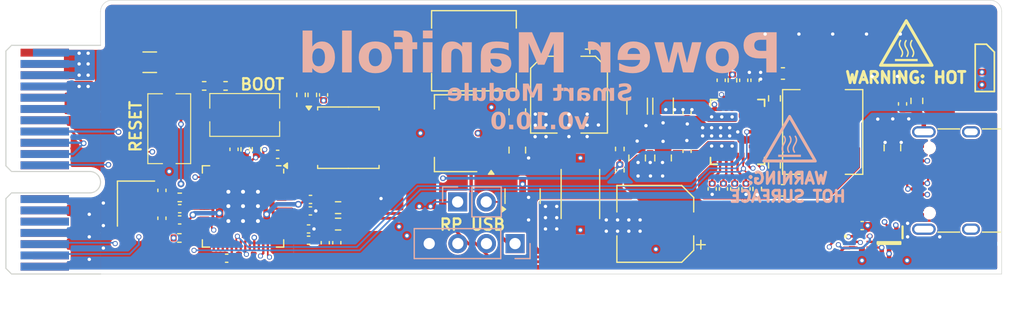
<source format=kicad_pcb>
(kicad_pcb (version 20240108) (generator "pcbnew") (generator_version "8.0")
  (title_block (date "2024-06-29") (rev "v0.10.0"))
  (layers (0 "F.Cu" signal) (1 "In1.Cu" power) (2 "In2.Cu" power) (31 "B.Cu" signal) (34 "B.Paste" user) (35 "F.Paste" user) (36 "B.SilkS" user "B.Silkscreen") (37 "F.SilkS" user "F.Silkscreen") (38 "B.Mask" user) (39 "F.Mask" user) (44 "Edge.Cuts" user))
  (net 0 "")
  (net 1 "VCC")
  (net 2 "GND")
  (net 3 "Net-(C3-Pad1)")
  (net 4 "VIN")
  (net 5 "IMON")
  (net 6 "VBUS")
  (net 7 "Net-(U4-ICOMP)")
  (net 8 "GNDUSB")
  (net 9 "D-")
  (net 10 "D+")
  (net 11 "CC1")
  (net 12 "CC2")
  (net 13 "Net-(C18-Pad1)")
  (net 14 "LED_DIN")
  (net 15 "+5V")
  (net 16 "Net-(C23-Pad2)")
  (net 17 "SCL")
  (net 18 "ENABLE")
  (net 19 "SDA")
  (net 20 "VDD")
  (net 21 "OVERLOAD")
  (net 22 "ALERT")
  (net 24 "/INDUCTOR")
  (net 25 "/OUTDUCTOR")
  (net 26 "/EMI_VIN")
  (net 27 "/XIN")
  (net 28 "+1V1")
  (net 29 "RP_D-")
  (net 30 "MPQ_D+")
  (net 31 "/SWCLK")
  (net 32 "/SWD")
  (net 33 "/QSPI_SS")
  (net 34 "/XOUT")
  (net 35 "/QSPI_SD1")
  (net 36 "/QSPI_SD2")
  (net 37 "/QSPI_SD3")
  (net 38 "/QSPI_SD0")
  (net 39 "/QSPI_SCLK")
  (net 40 "/GPIO18")
  (net 41 "/GPIO15")
  (net 42 "/GPIO7")
  (net 43 "/GPIO25")
  (net 44 "/GPIO3")
  (net 45 "/GPIO11")
  (net 46 "/GPIO2")
  (net 47 "/GPIO0")
  (net 48 "/RUN")
  (net 49 "/GPIO8")
  (net 50 "/GPIO16")
  (net 51 "/GPIO20")
  (net 52 "/GPIO19")
  (net 53 "/GPIO14")
  (net 54 "/GPIO17")
  (net 55 "Net-(U4-BST1)")
  (net 56 "/GPIO6")
  (net 57 "/GPIO13")
  (net 58 "/GPIO10")
  (net 59 "/GPIO21")
  (net 60 "/GPIO23")
  (net 61 "/GPIO9")
  (net 62 "Net-(U3-USB_DP)")
  (net 63 "Net-(U3-USB_DM)")
  (net 65 "/VIN_PREFUSE")
  (net 66 "Net-(U4-BST2)")
  (net 67 "VIN_DIVIDER")
  (net 68 "VOUT_DIVIDER")
  (net 69 "RP_D+")
  (net 70 "MPQ_D-")
  (net 71 "Net-(J4-SHIELD)")
  (net 81 "Net-(J5-Pin_2)")
  (net 82 "Net-(R4-Pad1)")
  (net 83 "/GPIO27_ADC1")
  (net 84 "Net-(R1-Pad2)")
  (net 85 "+3.3V")
  (net 87 "Net-(U4-GPIO1)")
  (footprint "Capacitor_SMD:C_0402_1005Metric" (layer "F.Cu") (at 92.1 33.1 90)
    (property "Reference" "C7" (hide yes))
    (property "Value" "2.2uF")
  )
  (footprint "Connector_USB:USB_C_Receptacle_XKB_U262-16XN-4BVC11" (layer "F.Cu") (at 110.2 42 90)
    (property "Reference" "J4" (hide yes))
    (property "Value" "USB_C_Receptacle_USB2.0_14P")
  )
  (footprint "Resistor_SMD:R_0603_1608Metric" (layer "F.Cu") (at 106.47 34.93 90)
    (property "Reference" "R18" (hide yes))
    (property "Value" "100K")
  )
  (footprint "Capacitor_SMD:C_1206_3216Metric" (layer "F.Cu") (at 81.64 35.4 -90)
    (property "Reference" "C13" (hide yes))
    (property "Value" "4.7uF")
  )
  (footprint "Resistor_SMD:R_0402_1005Metric" (layer "F.Cu") (at 51.8 34.4 -90)
    (property "Reference" "R1" (hide yes))
    (property "Value" "1K")
  )
  (footprint "Capacitor_SMD:C_0402_1005Metric" (layer "F.Cu") (at 41.03 44.5 180)
    (property "Reference" "C25" (hide yes))
    (property "Value" "100nF")
  )
  (footprint "Local Library:XKB_TS-1101_SWITCH" (layer "F.Cu") (at 46.8 36.18)
    (property "Reference" "SW1" (hide yes))
    (property "Value" "RESET")
  )
  (footprint "Package_TO_SOT_SMD:SOT-23" (layer "F.Cu") (at 71.46791 43.388492 90)
    (property "Reference" "Q1" (hide yes))
    (property "Value" "2N7002")
  )
  (footprint "Inductor_SMD:L_Sunlord_MWSA0603S" (layer "F.Cu") (at 98.11 37.69 -90)
    (property "Reference" "L2" (hide yes))
    (property "Value" "4.7uH")
  )
  (footprint "Resistor_SMD:R_0402_1005Metric" (layer "F.Cu") (at 80.1 39.2 90)
    (property "Reference" "R17" (hide yes))
    (property "Value" "3.3K")
  )
  (footprint "Capacitor_SMD:C_0402_1005Metric" (layer "F.Cu") (at 86.07 36 -90)
    (property "Reference" "C14" (hide yes))
    (property "Value" "100nF")
  )
  (footprint "Resistor_SMD:R_0402_1005Metric" (layer "F.Cu") (at 41 47.1)
    (property "Reference" "R4" (hide yes))
    (property "Value" "1K")
  )
  (footprint "Capacitor_SMD:C_0402_1005Metric" (layer "F.Cu") (at 39.45 45.35 -90)
    (property "Reference" "C3" (hide yes))
    (property "Value" "39pF")
  )
  (footprint "Capacitor_SMD:C_0402_1005Metric" (layer "F.Cu") (at 91.3 42.75 -90)
    (property "Reference" "C33" (hide yes))
    (property "Value" "470pF")
  )
  (footprint "Local Library:HOT_SURFACE_SMALL" (layer "F.Cu") (at 105.7 32)
    (property "Reference" "REF**" (hide yes))
    (property "Value" "HOT_SURFACE_SMALL")
  )
  (footprint "Resistor_SMD:R_0402_1005Metric" (layer "F.Cu") (at 92.3 42.75 -90)
    (property "Reference" "R5" (hide yes))
    (property "Value" "10K")
  )
  (footprint "Capacitor_SMD:CP_Elec_6.3x7.7" (layer "F.Cu") (at 83.25 45.85 180)
    (property "Reference" "C29" (hide yes))
    (property "Value" "100uF")
  )
  (footprint "Capacitor_SMD:C_0402_1005Metric" (layer "F.Cu") (at 54.975 47.525 90)
    (property "Reference" "C30" (hide yes))
    (property "Value" "100nF")
  )
  (footprint "Capacitor_SMD:C_0402_1005Metric" (layer "F.Cu") (at 101.62 46)
    (property "Reference" "C36" (hide yes))
    (property "Value" "470pF")
  )
  (footprint "Package_TO_SOT_SMD:SOT-223-3_TabPin2" (layer "F.Cu") (at 65.55 37.8 180)
    (property "Reference" "U1" (hide yes))
    (property "Value" "AMS1117-3.3")
  )
  (footprint "Resistor_SMD:R_0603_1608Metric" (layer "F.Cu") (at 93.83 34.71 90)
    (property "Reference" "R7" (hide yes))
    (property "Value" "10R")
  )
  (footprint "Capacitor_SMD:C_0402_1005Metric" (layer "F.Cu") (at 52.47 47.3)
    (property "Reference" "C16" (hide yes))
    (property "Value" "2.2uF")
  )
  (footprint "Capacitor_SMD:C_0402_1005Metric" (layer "F.Cu") (at 52.64 43.68)
    (property "Reference" "C6" (hide yes))
    (property "Value" "100nF")
  )
  (footprint "Capacitor_SMD:C_0402_1005Metric" (layer "F.Cu") (at 52.63 44.7)
    (property "Reference" "C15" (hide yes))
    (property "Value" "100nF")
  )
  (footprint "Capacitor_SMD:C_0402_1005Metric" (layer "F.Cu") (at 41.025 45.5 180)
    (property "Reference" "C9" (hide yes))
    (property "Value" "100nF")
  )
  (footprint "Capacitor_SMD:C_0805_2012Metric" (layer "F.Cu") (at 71 35.9 -90)
    (property "Reference" "C1" (hide yes))
    (property "Value" "10uF")
  )
  (footprint "Resistor_SMD:R_0402_1005Metric" (layer "F.Cu") (at 47.85 39.23 -90)
    (property "Reference" "R11" (hide yes))
    (property "Value" "10K")
  )
  (footprint "Resistor_SMD:R_0402_1005Metric" (layer "F.Cu") (at 80.1 41.09 90)
    (property "Reference" "R16" (hide yes))
    (property "Value" "22K")
  )
  (footprint "Local Library:TS3USB3000RSER" (layer "F.Cu") (at 101.6 47.7)
    (property "Reference" "U5" (hide yes))
    (property "Value" "TS3USB3000RSER" (hide yes))
  )
  (footprint "Resistor_SMD:R_0402_1005Metric" (layer "F.Cu") (at 43.2 33.6)
    (property "Reference" "R14" (hide yes))
    (property "Value" "22K")
  )
  (footprint "Capacitor_SMD:C_0402_1005Metric" (layer "F.Cu") (at 49.725 39.675)
    (property "Reference" "C17" (hide yes))
    (property "Value" "100nF")
  )
  (footprint "Capacitor_SMD:C_0402_1005Metric" (layer "F.Cu") (at 86.07 39.4 90)
    (property "Reference" "C26" (hide yes))
    (property "Value" "100nF")
  )
  (footprint "Capacitor_SMD:C_0402_1005Metric" (layer "F.Cu") (at 105.2 35.2 90)
    (property "Reference" "C35" (hide yes))
    (property "Value" "100nF")
  )
  (footprint "Connector_PCBEdge:BUS_PCIexpress_x1" (layer "F.Cu") (at 29.05 30.65 -90)
    (property "Reference" "J2" (hide yes))
    (property "Value" "Bus_PCI_Express_x1")
    (fp_line (start -0.15 3.45) (end 10.05 3.45) (stroke (width 0.1)) (layer "Edge.Cuts"))
    (fp_line (start 12.95 3.45) (end 19.15 3.45) (stroke (width 0.1)) (layer "Edge.Cuts"))
    (fp_line (start -0.65 2.95) (end -0.15 3.45) (stroke (width 0.1)) (layer "Edge.Cuts"))
    (fp_line (start 10.55 2.95) (end 10.05 3.45) (stroke (width 0.1)) (layer "Edge.Cuts"))
    (fp_line (start 12.45 2.95) (end 12.95 3.45) (stroke (width 0.1)) (layer "Edge.Cuts"))
    (fp_line (start 19.65 2.95) (end 19.15 3.45) (stroke (width 0.1)) (layer "Edge.Cuts"))
    (fp_line (start 10.55 -4) (end 10.55 2.95) (stroke (width 0.1)) (layer "Edge.Cuts"))
    (fp_line (start 12.45 -4) (end 12.45 2.95) (stroke (width 0.1)) (layer "Edge.Cuts"))
    (fp_line (start -0.65 -4.95) (end -0.65 2.95) (stroke (width 0.1)) (layer "Edge.Cuts"))
    (fp_line (start 19.65 -4.95) (end 19.65 2.95) (stroke (width 0.1)) (layer "Edge.Cuts"))
    (fp_arc (start 10.55 -4) (mid 11.5 -4.95) (end 12.45 -4) (stroke (width 0.1)) (layer "Edge.Cuts"))
  )
  (footprint "Capacitor_SMD:C_0805_2012Metric" (layer "F.Cu") (at 104.3 39.1 -90)
    (property "Reference" "C28" (hide yes))
    (property "Value" "10uF")
  )
  (footprint "Capacitor_SMD:C_0402_1005Metric" (layer "F.Cu") (at 90.3 42.75 -90)
    (property "Reference" "C31" (hide yes))
    (property "Value" "470pF")
  )
  (footprint "Resistor_SMD:R_0402_1005Metric" (layer "F.Cu") (at 46.85 39.23 -90)
    (property "Reference" "R13" (hide yes))
    (property "Value" "10K")
  )
  (footprint "Capacitor_SMD:C_0805_2012Metric" (layer "F.Cu") (at 81.64 40 90)
    (property "Reference" "C21" (hide yes))
    (property "Value" "10uF")
  )
  (footprint "Local Library:MPQ4242_QNF-22_4mmx5mm" (layer "F.Cu") (at 90.55 37.685)
    (property "Reference" "U4" (hide yes))
    (property "Value" "MPQ4242")
  )
  (footprint "Fuse:Fuse_1206_3216Metric" (layer "F.Cu") (at 38.37 31.5 180)
    (property "Reference" "F1" (hide yes))
    (property "Value" "5A")
  )
  (footprint "Capacitor_SMD:C_0402_1005Metric" (layer "F.Cu") (at 89.3 42.75 -90)
    (property "Reference" "C32" (hide yes))
    (property "Value" "470pF")
  )
  (footprint "Capacitor_SMD:C_0805_2012Metric" (layer "F.Cu") (at 83.94 40 90)
    (property "Reference" "C24" (hide yes))
    (property "Value" "10uF")
  )
  (footprint "Capacitor_SMD:C_0402_1005Metric" (layer "F.Cu") (at 88.3 42.75 -90)
    (property "Reference" "C34" (hide yes))
    (property "Value" "470pF")
  )
  (footprint "Capacitor_SMD:C_0402_1005Metric" (layer "F.Cu") (at 91.1 33.1 90)
    (property "Reference" "C8" (hide yes))
    (property "Value" "470pF")
  )
  (footprint "Capacitor_SMD:CP_Elec_6.3x7.7" (layer "F.Cu") (at 75.59 34.38 -90)
    (property "Reference" "C11" (hide yes))
    (property "Value" "100uF")
  )
  (footprint "Package_DFN_QFN:QFN-56-1EP_7x7mm_P0.4mm_EP3.2x3.2mm" (layer "F.Cu") (at 46.65 44.3 -90)
    (property "Reference" "U3" (hide yes))
    (property "Value" "RP2040")
  )
  (footprint "Crystal:Crystal_SMD_3225-4Pin_3.2x2.5mm" (layer "F.Cu") (at 37.15 44.05 -90)
    (property "Reference" "Y1" (hide yes))
    (property "Value" "X322512MSB4SI")
  )
  (footprint "Capacitor_SMD:C_0805_2012Metric" (layer "F.Cu") (at 71 39.3 -90)
    (property "Reference" "C4" (hide yes))
    (property "Value" "10uF")
  )
  (footprint "Resistor_SMD:R_0402_1005Metric" (layer "F.Cu") (at 52.8 34.4 -90)
    (property "Reference" "R2" (hide yes))
    (property "Value" "10K")
  )
  (footprint "Resistor_SMD:R_0402_1005Metric" (layer "F.Cu") (at 90.1 33.1 -90)
    (property "Reference" "R8" (hide yes))
    (property "Value" "4.7K")
  )
  (footprint "Resistor_SMD:R_0603_1608Metric" (layer "F.Cu") (at 93.83 40.66 90)
    (property "Reference" "R12" (hide yes))
    (property "Value" "0R")
  )
  (footprint "Local Library:LED_Neopixel_Side_Light_SK6812" (layer "F.Cu") (at 112.25 33.5 90)
    (property "Reference" "D2" (hide yes))
    (property "Value" "STATUS_LED")
  )
  (footprint "Capacitor_SMD:C_0603_1608Metric" (layer "F.Cu") (at 94.58 42.87 180)
    (property "Reference" "C23" (hide yes))
    (property "Value" "220nF")
  )
  (footprint "Capacitor_SMD:C_1206_3216Metric" (layer "F.Cu") (at 83.94 35.4 -90)
    (property "Reference" "C12" (hide yes))
    (property "Value" "4.7uF")
  )
  (footprint "Capacitor_SMD:C_0402_1005Metric" (layer "F.Cu") (at 45.2 48.9 180)
    (property "Reference" "C20" (hide yes))
    (property "Value" "100nF")
  )
  (footprint "Resistor_SMD:R_0603_1608Metric" (layer "F.Cu") (at 55.09 45.87 180)
    (property "Reference" "R10" (hide yes))
    (property "Value" "27R")
  )
  (footprint "Capacitor_SMD:C_0402_1005Metric" (layer "F.Cu") (at 52.47 46.3)
    (property "Reference" "C10" (hide yes))
    (property "Value" "2.2uF")
  )
  (footprint "Resistor_SMD:R_2512_6332Metric" (layer "F.Cu") (at 76.6 43.2 -90)
    (property "Reference" "R6" (hide yes))
    (property "Value" "R010")
  )
  (footprint "Capacitor_SMD:C_0402_1005Metric" (layer "F.Cu") (at 53.95 47.525 90)
    (property "Reference" "C27" (hide yes))
    (property "Value" "100nF")
  )
  (footprint "Package_SO:SOIC-8_5.23x5.23mm_P1.27mm" (layer "F.Cu") (at 56 38.2)
    (property "Reference" "U2" (hide yes))
    (property "Value" "W25Q32JVSSIQ")
  )
  (footprint "Resistor_SMD:R_0603_1608Metric" (layer "F.Cu") (at 55.09 44.41 180)
    (property "Reference" "R9" (hide yes))
    (property "Value" "27R")
  )
  (footprint "Resistor_SMD:R_0402_1005Metric" (layer "F.Cu") (at 45.1 33.6)
    (property "Reference" "R15" (hide yes))
    (property "Value" "2K")
  )
  (footprint "Local Library:XKB_TS-1101_SWITCH" (layer "F.Cu") (at 40.1 37.4 -90)
    (property "Reference" "SW2" (hide yes))
    (property "Value" "RESET")
  )
  (footprint "Capacitor_SMD:C_0402_1005Metric" (layer "F.Cu") (at 53.8 34.4 90)
    (property "Reference" "C5" (hide yes))
    (property "Value" "100nF")
  )
  (footprint "Capacitor_SMD:C_0603_1608Metric" (layer "F.Cu") (at 94.58 32.5)
    (property "Reference" "C18" (hide yes))
    (property "Value" "220nF")
  )
  (footprint "Capacitor_SMD:C_0402_1005Metric" (layer "F.Cu") (at 89.1 33.1 -90)
    (property "Reference" "C19" (hide yes))
    (property "Value" "4.7nF")
  )
  (footprint "Local Library:SOT65P210X110-6N" (layer "F.Cu") (at 104 47.55 -90)
    (property "Reference" "D1" (hide yes))
    (property "Value" "SZESD1L001W1T2G" (hide yes))
  )
  (footprint "Inductor_SMD:L_Sunlord_MWSA0603S" (layer "F.Cu") (at 67.15 30.48)
    (property "Reference" "L1" (hide yes))
    (property "Value" "4.7uH")
  )
  (footprint "Resistor_SMD:R_0402_1005Metric" (layer "F.Cu") (at 41.03 43.5 180)
    (property "Reference" "R3" (hide yes))
    (property "Value" "1K")
  )
  (footprint "Capacitor_SMD:C_0402_1005Metric" (layer "F.Cu") (at 45.85 39.23 90)
    (property "Reference" "C22" (hide yes))
    (property "Value" "100nF")
  )
  (footprint "Capacitor_SMD:C_0402_1005Metric" (layer "F.Cu") (at 39.45 42.875 90)
    (property "Reference" "C2" (hide yes))
    (property "Value" "39pF")
  )
  (footprint "Local Library:HOT_SURFACE_SMALL" (layer "B.Cu") (at 95 40.5 180)
    (property "Reference" "REF**" (hide yes))
    (property "Value" "HOT_SURFACE_SMALL")
  )
  (footprint "Connector_PinHeader_2.54mm:PinHeader_1x02_P2.54mm_Vertical" (layer "B.Cu") (at 65.7 43.9 -90)
    (property "Reference" "J5" (hide yes))
    (property "Value" "USB_SW")
  )
  (footprint "Connector_PinHeader_2.54mm:PinHeader_1x04_P2.54mm_Vertical" (layer "B.Cu") (at 70.8 47.6 90)
    (property "Reference" "J3" (hide yes))
    (property "Value" "RP_USB")
  )
  (gr_arc (start 34 27) (mid 34.292893 26.292893) (end 35 26) (stroke (width 0.05)) (layer "Edge.Cuts"))
  (gr_arc (start 113 26) (mid 113.707107 26.292893) (end 114 27) (stroke (width 0.05)) (layer "Edge.Cuts"))
  (gr_line (start 35 26) (end 113 26) (stroke (width 0.05)) (layer "Edge.Cuts"))
  (gr_line (start 114 27) (end 114 50.3) (stroke (width 0.05)) (layer "Edge.Cuts"))
  (gr_line (start 114 50.3) (end 34 50.3) (stroke (width 0.05)) (layer "Edge.Cuts"))
  (gr_line (start 34 27) (end 34 30) (stroke (width 0.05)) (layer "Edge.Cuts"))
  (gr_text "WARNING:\nHOT SURFACE" (at 95 44 0) (layer "B.SilkS") (effects (font (size 1 1) (thickness 0.25) (bold yes)) (justify bottom mirror)))
  (gr_text "Smart Module\n${REVISION}" (at 73 37.7 0) (layer "B.SilkS") (effects (font (size 1.5 1.5) (thickness 0.3) (bold yes)) (justify bottom mirror)))
  (gr_text "Power Manifold" (at 73 33 0) (layer "B.SilkS") (effects (font (size 3.5 3.5) (thickness 0.2) (bold yes) (italic yes)) (justify bottom mirror)))
  (gr_text "BOOT" (at 46.3 34.05 0) (layer "F.SilkS") (effects (font (size 1 1) (thickness 0.2) (bold yes)) (justify left bottom)))
  (gr_text "RP USB" (at 64 46.5 -0) (layer "F.SilkS") (effects (font (size 1 1) (thickness 0.2) (bold yes)) (justify left bottom)))
  (gr_text "WARNING: HOT" (at 105.5 33.45 0) (layer "F.SilkS") (effects (font (size 1 1) (thickness 0.25) (bold yes)) (justify bottom)))
  (gr_text "RESET" (at 37.7 39.6 90) (layer "F.SilkS") (effects (font (size 1 1) (thickness 0.2) (bold yes)) (justify left bottom)))
  (segment (start 91.05 35.36) (end 91.05 34.63) (width 0.25) (layer "F.Cu") (net 1))
  (segment (start 91.05 34.63) (end 92.1 33.58) (width 0.25) (layer "F.Cu") (net 1))
  (segment (start 83.94 36.875) (end 83.94 36.88) (width 0.2) (layer "F.Cu") (net 2))
  (segment (start 81.64 38.525) (end 81.64 38.5) (width 0.2) (layer "F.Cu") (net 2))
  (segment (start 86.07 36.96) (end 86.09 36.98) (width 0.2) (layer "F.Cu") (net 2))
  (segment (start 89.13 34.38) (end 89.13 34.39) (width 0.25) (layer "F.Cu") (net 2))
  (segment (start 86.07 38.45) (end 86.05 38.45) (width 0.2) (layer "F.Cu") (net 2))
  (segment (start 86.07 36.95) (end 86.07 36.96) (width 0.2) (layer "F.Cu") (net 2))
  (segment (start 89.55 34.81) (end 89.55 35.36) (width 0.25) (layer "F.Cu") (net 2))
  (segment (start 89.13 34.39) (end 89.55 34.81) (width 0.25) (layer "F.Cu") (net 2))
  (via (at 105.6 49.1) (size 0.5) (drill 0.3) (layers "F.Cu" "B.Cu") (net 2))
  (via (at 45.35 45.6) (size 0.6) (drill 0.35) (layers "F.Cu" "B.Cu") (net 2))
  (via (at 92.6 32.4) (size 0.45) (drill 0.3) (layers "F.Cu" "B.Cu") (net 2))
  (via (at 72.6 36.11) (size 0.5) (drill 0.3) (layers "F.Cu" "B.Cu") (net 2))
  (via (at 52.95 46.3) (size 0.5) (drill 0.3) (layers "F.Cu" "B.Cu") (net 2))
  (via (at 105 29) (size 0.5) (drill 0.3) (layers "F.Cu" "B.Cu") (net 2))
  (via (at 99 29) (size 0.5) (drill 0.3) (layers "F.Cu" "B.Cu") (net 2))
  (via (at 91.6 32.4) (size 0.45) (drill 0.3) (layers "F.Cu" "B.Cu") (net 2))
  (via (at 86.09 36.98) (size 0.5) (drill 0.3) (layers "F.Cu" "B.Cu") (net 2))
  (via (at 72 45.5) (size 0.5) (drill 0.3) (layers "F.Cu" "B.Cu") (net 2))
  (via (at 104.75 32.75) (size 0.45) (drill 0.3) (layers "F.Cu" "B.Cu") (net 2))
  (via (at 72 43.5) (size 0.5) (drill 0.3) (layers "F.Cu" "B.Cu") (net 2))
  (via (at 73.55 36.11) (size 0.5) (drill 0.3) (layers "F.Cu" "B.Cu") (net 2))
  (via (at 92.6 33) (size 0.45) (drill 0.3) (layers "F.Cu" "B.Cu") (net 2))
  (via (at 87.45 37.315) (size 0.45) (drill 0.3) (layers "F.Cu" "B.Cu") (net 2))
  (via (at 46.65 43) (size 0.6) (drill 0.35) (layers "F.Cu" "B.Cu") (net 2))
  (via (at 89.85 37.315) (size 0.45) (drill 0.3) (layers "F.Cu" "B.Cu") (net 2))
  (via (at 86.05 38.45) (size 0.5) (drill 0.3) (layers "F.Cu" "B.Cu") (net 2))
  (via (at 102 29) (size 0.5) (drill 0.3) (layers "F.Cu" "B.Cu") (net 2))
  (via (at 77.2 37.09) (size 0.5) (drill 0.3) (layers "F.Cu" "B.Cu") (net 2))
  (via (at 96 29) (size 0.5) (drill 0.3) (layers "F.Cu" "B.Cu") (net 2))
  (via (at 34.25 48) (size 0.5) (drill 0.3) (layers "F.Cu" "B.Cu") (net 2))
  (via (at 102.1 46) (size 0.5) (drill 0.3) (layers "F.Cu" "B.Cu") (net 2))
  (via (at 102.5 32.75) (size 0.45) (drill 0.3) (layers "F.Cu" "B.Cu") (net 2))
  (via (at 34.25 44) (size 0.5) (drill 0.3) (layers "F.Cu" "B.Cu") (net 2))
  (via (at 72.6 37.09) (size 0.5) (drill 0.3) (layers "F.Cu" "B.Cu") (net 2))
  (via (at 90.57 37.685) (size 0.45) (drill 0.3) (layers "F.Cu" "B.Cu") (net 2))
  (via (at 78.2 37.07) (size 0.5) (drill 0.3) (layers "F.Cu" "B.Cu") (net 2))
  (via (at 32.9 33.65) (size 0.5) (drill 0.3) (layers "F.Cu" "B.Cu") (net 2))
  (via (at 81.64 38.5) (size 0.5) (drill 0.3) (layers "F.Cu" "B.Cu") (net 2))
  (via (at 101.6 49.1) (size 0.5) (drill 0.3) (layers "F.Cu" "B.Cu") (net 2))
  (via (at 89.13 34.38) (size 0.45) (drill 0.3) (layers "F.Cu" "B.Cu") (net 2))
  (via (at 72.58 38.11) (size 0.5) (drill 0.3) (layers "F.Cu" "B.Cu") (net 2))
  (via (at 82.42 37.13) (size 0.5) (drill 0.3) (layers "F.Cu" "B.Cu") (net 2))
  (via (at 89.05 38.04) (size 0.45) (drill 0.3) (layers "F.Cu" "B.Cu") (net 2))
  (via (at 47.975 43) (size 0.6) (drill 0.35) (layers "F.Cu" "B.Cu") (net 2))
  (via (at 75.59 36.12) (size 0.5) (drill 0.3) (layers "F.Cu" "B.Cu") (net 2))
  (via (at 33 45) (size 0.5) (drill 0.3) (layers "F.Cu" "B.Cu") (net 2))
  (via (at 89.05 37.315) (size 0.45) (drill 0.3) (layers "F.Cu" "B.Cu") (net 2))
  (via (at 77.2 38.1) (size 0.5) (drill 0.3) (layers "F.Cu" "B.Cu") (net 2))
  (via (at 77.2 36.11) (size 0.5) (drill 0.3) (layers "F.Cu" "B.Cu") (net 2))
  (via (at 93 29) (size 0.5) (drill 0.3) (layers "F.Cu" "B.Cu") (net 2))
  (via (at 73.55 38.11) (size 0.5) (drill 0.3) (layers "F.Cu" "B.Cu") (net 2))
  (via (at 58.9 43.6) (size 0.5) (drill 0.3) (layers "F.Cu" "B.Cu") (net 2))
  (via (at 33 49) (size 0.5) (drill 0.3) (layers "F.Cu" "B.Cu") (net 2))
  (via (at 87.45 38.04) (size 0.45) (drill 0.3) (layers "F.Cu" "B.Cu") (net 2))
  (via (at 88.3 43.23) (size 0.45) (drill 0.3) (layers "F.Cu" "B.Cu") (net 2))
  (via (at 75.59 37.08) (size 0.5) (drill 0.3) (layers "F.Cu" "B.Cu") (net 2))
  (via (at 88.25 37.315) (size 0.45) (drill 0.3) (layers "F.Cu" "B.Cu") (net 2))
  (via (at 73.54 37.08) (size 0.5) (drill 0.3) (layers "F.Cu" "B.Cu") (net 2))
  (via (at 47.975 44.275) (size 0.6) (drill 0.35) (layers "F.Cu" "B.Cu") (net 2))
  (via (at 46.65 45.6) (size 0.6) (drill 0.35) (layers "F.Cu" "B.Cu") (net 2))
  (via (at 47.975 45.6) (size 0.6) (drill 0.35) (layers "F.Cu" "B.Cu") (net 2))
  (via (at 88.25 38.04) (size 0.45) (drill 0.3) (layers "F.Cu" "B.Cu") (net 2))
  (via (at 92.3 43.26) (size 0.5) (drill 0.3) (layers "F.Cu" "B.Cu") (net 2))
  (via (at 53.11 44.7) (size 0.5) (drill 0.3) (layers "F.Cu" "B.Cu") (net 2))
  (via (at 83.94 38.525) (size 0.5) (drill 0.3) (layers "F.Cu" "B.Cu") (net 2))
  (via (at 45.35 43) (size 0.6) (drill 0.35) (layers "F.Cu" "B.Cu") (net 2))
  (via (at 33 47) (size 0.5) (drill 0.3) (layers "F.Cu" "B.Cu") (net 2))
  (via (at 32.1 33.65) (size 0.5) (drill 0.3) (layers "F.Cu" "B.Cu") (net 2))
  (via (at 45.35 44.275) (size 0.6) (drill 0.35) (layers "F.Cu" "B.Cu") (net 2))
  (via (at 91.3 43.23) (size 0.45) (drill 0.3) (layers "F.Cu" "B.Cu") (net 2))
  (via (at 83.3 48.1) (size 0.5) (drill 0.3) (layers "F.Cu" "B.Cu") (net 2))
  (via (at 46.65 44.275) (size 0.6) (drill 0.35) (layers "F.Cu" "B.Cu") (net 2))
  (via (at 75.58 38.1) (size 0.5) (drill 0.3) (layers "F.Cu" "B.Cu") (net 2))
  (via (at 76.6 40) (size 0.5) (drill 0.3) (layers "F.Cu" "B.Cu") (net 2))
  (via (at 89.85 38.04) (size 0.45) (drill 0.3) (layers "F.Cu" "B.Cu") (net 2))
  (via (at 72 40) (size 0.5) (drill 0.3) (layers "F.Cu" "B.Cu") (net 2))
  (via (at 83.94 36.88) (size 0.5) (drill 0.3) (layers "F.Cu" "B.Cu") (net 2))
  (via (at 34.25 46) (size 0.5) (drill 0.3) (layers "F.Cu" "B.Cu") (net 2))
  (segment (start 39.45 44.87) (end 39.45 44.51) (width 0.15) (layer "F.Cu") (net 3))
  (segment (start 40.46 43.5) (end 40.52 43.5) (width 0.15) (layer "F.Cu") (net 3))
  (segment (start 39.45 44.87) (end 38.28 44.87) (width 0.15) (layer "F.Cu") (net 3))
  (segment (start 38.28 44.87) (end 38 45.15) (width 0.15) (layer "F.Cu") (net 3))
  (segment (start 39.45 44.51) (end 40.46 43.5) (width 0.15) (layer "F.Cu") (net 3))
  (segment (start 42.69 33.6) (end 42.69 32.91) (width 0.4) (layer "F.Cu") (net 4))
  (segment (start 47.65 47.065746) (end 47.648669 47.064415) (width 0.2) (layer "F.Cu") (net 5))
  (segment (start 47.65 47.7375) (end 47.65 47.065746) (width 0.2) (layer "F.Cu") (net 5))
  (segment (start 90.1 32.6) (end 90.1 32.59) (width 0.25) (layer "F.Cu") (net 5))
  (segment (start 89.1 33.58) (end 89.11 33.58) (width 0.25) (layer "F.Cu") (net 5))
  (segment (start 90.09 32.6) (end 90.1 32.6) (width 0.25) (layer "F.Cu") (net 5))
  (segment (start 89.11 33.58) (end 90.09 32.6) (width 0.25) (layer "F.Cu") (net 5))
  (segment (start 90.1 32.59) (end 90.1 32.59) (width 0.25) (layer "F.Cu") (net 5))
  (via (at 90.1 32.6) (size 0.5) (drill 0.3) (layers "F.Cu" "B.Cu") (net 5))
  (via (at 47.648669 47.064415) (size 0.5) (drill 0.3) (layers "F.Cu" "B.Cu") (net 5))
  (segment (start 81.25 40.95) (end 81.64 40.95) (width 0.25) (layer "F.Cu") (net 6))
  (segment (start 80.1 41.6) (end 80.6 41.6) (width 0.25) (layer "F.Cu") (net 6))
  (segment (start 80.6 41.6) (end 81.25 40.95) (width 0.25) (layer "F.Cu") (net 6))
  (via (at 83.9 41.6) (size 0.5) (drill 0.3) (layers "F.Cu" "B.Cu") (net 6))
  (via (at 83.89 40.4) (size 0.5) (drill 0.3) (layers "F.Cu" "B.Cu") (net 6))
  (via (at 81.72 40.4) (size 0.5) (drill 0.3) (layers "F.Cu" "B.Cu") (net 6))
  (via (at 88.25 38.94) (size 0.45) (drill 0.3) (layers "F.Cu" "B.Cu") (net 6))
  (via (at 82.82 41.6) (size 0.5) (drill 0.3) (layers "F.Cu" "B.Cu") (net 6))
  (via (at 82.8 40.4) (size 0.5) (drill 0.3) (layers "F.Cu" "B.Cu") (net 6))
  (via (at 90.07 38.94) (size 0.45) (drill 0.3) (layers "F.Cu" "B.Cu") (net 6))
  (via (at 89.15 38.94) (size 0.45) (drill 0.3) (layers "F.Cu" "B.Cu") (net 6))
  (via (at 81.72 41.6) (size 0.5) (drill 0.3) (layers "F.Cu" "B.Cu") (net 6))
  (segment (start 90.55 34.13) (end 90.55 35.36) (width 0.25) (layer "F.Cu") (net 7))
  (segment (start 91.1 33.58) (end 90.55 34.13) (width 0.25) (layer "F.Cu") (net 7))
  (segment (start 88.5 35.25) (end 88.5 35.485) (width 0.3) (layer "F.Cu") (net 8))
  (segment (start 107.045 45.565) (end 107.935 45.565) (width 0.2) (layer "F.Cu") (net 8))
  (segment (start 88.5 35.485) (end 88.7 35.685) (width 0.3) (layer "F.Cu") (net 8))
  (segment (start 106.53 45.05) (end 107.045 45.565) (width 0.2) (layer "F.Cu") (net 8))
  (via (at 88.5 35.25) (size 0.5) (drill 0.3) (layers "F.Cu" "B.Cu") (net 8))
  (via (at 108.5 47) (size 0.6) (drill 0.3) (layers "F.Cu" "B.Cu") (net 8))
  (via (at 73.5 44.3) (size 0.5) (drill 0.3) (layers "F.Cu" "B.Cu") (net 8))
  (via (at 78.9 46.5) (size 0.5) (drill 0.3) (layers "F.Cu" "B.Cu") (net 8))
  (via (at 80.9 45.5) (size 0.5) (drill 0.3) (layers "F.Cu" "B.Cu") (net 8))
  (via (at 81.9 46.5) (size 0.5) (drill 0.3) (layers "F.Cu" "B.Cu") (net 8))
  (via (at 79.9 46.5) (size 0.5) (drill 0.3) (layers "F.Cu" "B.Cu") (net 8))
  (via (at 74.5 46.3) (size 0.5) (drill 0.3) (layers "F.Cu" "B.Cu") (net 8))
  (via (at 73.5 46.3) (size 0.5) (drill 0.3) (layers "F.Cu" "B.Cu") (net 8))
  (via (at 104.33 36.53) (size 0.5) (drill 0.3) (layers "F.Cu" "B.Cu") (net 8))
  (via (at 78.9 45.5) (size 0.5) (drill 0.3) (layers "F.Cu" "B.Cu") (net 8))
  (via (at 74.5 44.3) (size 0.5) (drill 0.3) (layers "F.Cu" "B.Cu") (net 8))
  (via (at 74.5 45.3) (size 0.5) (drill 0.3) (layers "F.Cu" "B.Cu") (net 8))
  (via (at 81.9 45.5) (size 0.5) (drill 0.3) (layers "F.Cu" "B.Cu") (net 8))
  (via (at 76.6 46.4) (size 0.5) (drill 0.3) (layers "F.Cu" "B.Cu") (net 8))
  (via (at 105.65 45.8) (size 0.6) (drill 0.3) (layers "F.Cu" "B.Cu") (net 8))
  (via (at 105.08 38.62) (size 0.5) (drill 0.3) (layers "F.Cu" "B.Cu") (net 8))
  (via (at 73.5 45.3) (size 0.5) (drill 0.3) (layers "F.Cu" "B.Cu") (net 8))
  (via (at 80.9 46.5) (size 0.5) (drill 0.3) (layers "F.Cu" "B.Cu") (net 8))
  (via (at 103.65 38.62) (size 0.5) (drill 0.3) (layers "F.Cu" "B.Cu") (net 8))
  (via (at 105.75 36.53) (size 0.5) (drill 0.3) (layers "F.Cu" "B.Cu") (net 8))
  (via (at 103 36.55) (size 0.5) (drill 0.3) (layers "F.Cu" "B.Cu") (net 8))
  (via (at 79.9 45.5) (size 0.5) (drill 0.3) (layers "F.Cu" "B.Cu") (net 8))
  (via (at 105.65 47) (size 0.6) (drill 0.3) (layers "F.Cu" "B.Cu") (net 8))
  (segment (start 105.615 41.905) (end 105.76 41.76) (width 0.2) (layer "F.Cu") (net 9))
  (segment (start 103.35 47.95) (end 103.35 48.5) (width 0.2) (layer "F.Cu") (net 9))
  (segment (start 105.76 41.76) (end 106.52 41.76) (width 0.2) (layer "F.Cu") (net 9))
  (segment (start 105.615 42.685) (end 105.615 41.905) (width 0.2) (layer "F.Cu") (net 9))
  (segment (start 105.68 42.75) (end 105.615 42.685) (width 0.2) (layer "F.Cu") (net 9))
  (segment (start 103.35 47.95) (end 102.275 47.95) (width 0.2) (layer "F.Cu") (net 9))
  (segment (start 106.52 42.76) (end 106.51 42.75) (width 0.2) (layer "F.Cu") (net 9))
  (segment (start 106.51 42.75) (end 105.68 42.75) (width 0.2) (layer "F.Cu") (net 9))
  (via (at 105.68 42.75) (size 0.5) (drill 0.3) (layers "F.Cu" "B.Cu") (net 9))
  (via (at 103.35 47.95) (size 0.5) (drill 0.3) (layers "F.Cu" "B.Cu") (net 9))
  (segment (start 104.23 47.45) (end 102.275 47.45) (width 0.2) (layer "F.Cu") (net 10))
  (segment (start 104.65 46.01) (end 104.6 45.96) (width 0.2) (layer "F.Cu") (net 10))
  (segment (start 104.65 47.03) (end 104.23 47.45) (width 0.2) (layer "F.Cu") (net 10))
  (segment (start 107.27 41.26) (end 106.52 41.26) (width 0.2) (layer "F.Cu") (net 10))
  (segment (start 104.65 46.6) (end 104.65 47.03) (width 0.2) (layer "F.Cu") (net 10))
  (segment (start 104.65 46.6) (end 104.65 46.01) (width 0.2) (layer "F.Cu") (net 10))
  (segment (start 107.465 41.455) (end 107.27 41.26) (width 0.2) (layer "F.Cu") (net 10))
  (segment (start 107.4 42.25) (end 107.465 42.185) (width 0.2) (layer "F.Cu") (net 10))
  (segment (start 106.53 42.25) (end 106.52 42.26) (width 0.2) (layer "F.Cu") (net 10))
  (segment (start 107.465 42.185) (end 107.465 41.455) (width 0.2) (layer "F.Cu") (net 10))
  (segment (start 106.53 42.25) (end 107.4 42.25) (width 0.2) (layer "F.Cu") (net 10))
  (via (at 107.4 42.25) (size 0.5) (drill 0.3) (layers "F.Cu" "B.Cu") (net 10))
  (via (at 104.6 45.96) (size 0.5) (drill 0.3) (layers "F.Cu" "B.Cu") (net 10))
  (segment (start 91.3 41.917463) (end 90.55 41.167463) (width 0.2) (layer "F.Cu") (net 11))
  (segment (start 90.55 41.167463) (end 90.55 40.01) (width 0.2) (layer "F.Cu") (net 11))
  (segment (start 104 46.165) (end 104 46.6) (width 0.2) (layer "F.Cu") (net 11))
  (segment (start 107.4 43.25) (end 106.53 43.25) (width 0.2) (layer "F.Cu") (net 11))
  (segment (start 106.53 43.25) (end 106.52 43.26) (width 0.2) (layer "F.Cu") (net 11))
  (segment (start 91.3 42.27) (end 91.3 41.917463) (width 0.2) (layer "F.Cu") (net 11))
  (segment (start 103.6 45.678137) (end 103.6 45.765) (width 0.2) (layer "F.Cu") (net 11))
  (segment (start 103.6 45.765) (end 104 46.165) (width 0.2) (layer "F.Cu") (net 11))
  (via (at 91.3 42.27) (size 0.45) (drill 0.3) (layers "F.Cu" "B.Cu") (net 11))
  (via (at 107.4 43.25) (size 0.5) (drill 0.3) (layers "F.Cu" "B.Cu") (net 11))
  (via (at 103.6 45.678137) (size 0.5) (drill 0.3) (layers "F.Cu" "B.Cu") (net 11))
  (segment (start 107.399999 40.249999) (end 107.4 40.25) (width 0.2) (layer "F.Cu") (net 12))
  (segment (start 88.3 42.27) (end 88.3 41.9) (width 0.2) (layer "F.Cu") (net 12))
  (segment (start 107.4 40.25) (end 107.39 40.26) (width 0.2) (layer "F.Cu") (net 12))
  (segment (start 89 41.2) (end 89 40.01) (width 0.2) (layer "F.Cu") (net 12))
  (segment (start 107.39 40.26) (end 106.52 40.26) (width 0.2) (layer "F.Cu") (net 12))
  (segment (start 88.3 41.9) (end 89 41.2) (width 0.2) (layer "F.Cu") (net 12))
  (via (at 104 48.5) (size 0.5) (drill 0.3) (layers "F.Cu" "B.Cu") (net 12))
  (via (at 107.4 40.25) (size 0.5) (drill 0.3) (layers "F.Cu" "B.Cu") (net 12))
  (via (at 88.3 42.27) (size 0.45) (drill 0.3) (layers "F.Cu" "B.Cu") (net 12))
  (segment (start 93.83 32.525) (end 93.805 32.5) (width 0.6) (layer "F.Cu") (net 13))
  (segment (start 93.83 33.885) (end 93.83 32.525) (width 0.6) (layer "F.Cu") (net 13))
  (segment (start 48.45 39.375) (end 48.45 40.8625) (width 0.2) (layer "F.Cu") (net 14))
  (segment (start 48.575 39.25) (end 48.45 39.375) (width 0.2) (layer "F.Cu") (net 14))
  (via (at 48.575 39.25) (size 0.45) (drill 0.3) (layers "F.Cu" "B.Cu") (net 14))
  (via (at 112.25 33.5) (size 0.5) (drill 0.3) (layers "F.Cu" "B.Cu") (net 14))
  (segment (start 70.2 47.6) (end 70.8 47.6) (width 0.3) (layer "F.Cu") (net 15))
  (segment (start 32.5 38.7) (end 31.45 37.65) (width 0.2) (layer "F.Cu") (net 15))
  (segment (start 66.9 44.3) (end 70.2 47.6) (width 0.3) (layer "F.Cu") (net 15))
  (segment (start 66.9 37.3) (end 66.9 44.3) (width 0.3) (layer "F.Cu") (net 15))
  (segment (start 71 34.95) (end 70.25 34.95) (width 0.6) (layer "F.Cu") (net 15))
  (segment (start 68.7 35.5) (end 66.9 37.3) (width 0.3) (layer "F.Cu") (net 15))
  (segment (start 69.7 35.5) (end 68.7 35.5) (width 0.6) (layer "F.Cu") (net 15))
  (segment (start 70.25 34.95) (end 69.7 35.5) (width 0.6) (layer "F.Cu") (net 15))
  (segment (start 31.45 37.65) (end 29.05 37.65) (width 0.2) (layer "F.Cu") (net 15))
  (via (at 112.25 32.375) (size 0.5) (drill 0.3) (layers "F.Cu" "B.Cu") (net 15))
  (via (at 68.7 35.5) (size 0.5) (drill 0.3) (layers "F.Cu" "B.Cu") (net 15))
  (via (at 32.5 38.7) (size 0.5) (drill 0.3) (layers "F.Cu" "B.Cu") (net 15))
  (segment (start 32.45 38.65) (end 32.5 38.7) (width 0.2) (layer "B.Cu") (net 15))
  (segment (start 31.55 39.65) (end 29.05 39.65) (width 0.2) (layer "B.Cu") (net 15))
  (segment (start 32.5 38.7) (end 31.55 39.65) (width 0.2) (layer "B.Cu") (net 15))
  (segment (start 29.05 38.65) (end 32.45 38.65) (width 0.2) (layer "B.Cu") (net 15))
  (segment (start 93.83 42.845) (end 93.805 42.87) (width 0.6) (layer "F.Cu") (net 16))
  (segment (start 93.83 41.485) (end 93.83 42.845) (width 0.6) (layer "F.Cu") (net 16))
  (segment (start 92.644413 40.89) (end 92.1 40.345587) (width 0.2) (layer "F.Cu") (net 17))
  (segment (start 92.75 40.89) (end 92.644413 40.89) (width 0.2) (layer "F.Cu") (net 17))
  (segment (start 29.05 43.65) (end 33.576984 43.65) (width 0.15) (layer "F.Cu") (net 17))
  (segment (start 47.05 39.45) (end 46.85 39.65) (width 0.2) (layer "F.Cu") (net 17))
  (segment (start 92.1 40.345587) (end 92.1 40.01) (width 0.2) (layer "F.Cu") (net 17))
  (segment (start 33.576984 43.65) (end 37.776984 39.45) (width 0.15) (layer "F.Cu") (net 17))
  (segment (start 46.85 39.65) (end 46.85 40.8625) (width 0.2) (layer "F.Cu") (net 17))
  (segment (start 37.776984 39.45) (end 38.6 39.45) (width 0.15) (layer "F.Cu") (net 17))
  (via (at 38.6 39.45) (size 0.5) (drill 0.3) (layers "F.Cu" "B.Cu") (net 17))
  (via (at 92.75 40.89) (size 0.45) (drill 0.3) (layers "F.Cu" "B.Cu") (net 17))
  (via (at 47.05 39.45) (size 0.45) (drill 0.3) (layers "F.Cu" "B.Cu") (net 17))
  (segment (start 46.15 46.95) (end 46.05 47.05) (width 0.15) (layer "F.Cu") (net 18))
  (segment (start 46.05 47.05) (end 46.05 47.7375) (width 0.15) (layer "F.Cu") (net 18))
  (segment (start 92.2 37.685) (end 91.37 37.685) (width 0.3) (layer "F.Cu") (net 18))
  (via (at 46.15 46.95) (size 0.45) (drill 0.3) (layers "F.Cu" "B.Cu") (net 18))
  (via (at 91.37 37.685) (size 0.45) (drill 0.3) (layers "F.Cu" "B.Cu") (net 18))
  (via (at 71.46791 42.325) (size 0.5) (drill 0.3) (layers "F.Cu" "B.Cu") (net 18))
  (segment (start 71.29291 42.5) (end 62.15 42.5) (width 0.15) (layer "B.Cu") (net 18))
  (segment (start 88.015 40.925) (end 90.405 40.925) (width 0.15) (layer "B.Cu") (net 18))
  (segment (start 47.1 47.9) (end 46.15 46.95) (width 0.15) (layer "B.Cu") (net 18))
  (segment (start 71.46791 42.325) (end 71.64291 42.5) (width 0.15) (layer "B.Cu") (net 18))
  (segment (start 86.44 42.5) (end 88.015 40.925) (width 0.15) (layer "B.Cu") (net 18))
  (segment (start 91.37 39.96) (end 91.37 37.685) (width 0.15) (layer "B.Cu") (net 18))
  (segment (start 62.15 42.5) (end 56.75 47.9) (width 0.15) (layer "B.Cu") (net 18))
  (segment (start 90.405 40.925) (end 91.37 39.96) (width 0.15) (layer "B.Cu") (net 18))
  (segment (start 56.75 47.9) (end 47.1 47.9) (width 0.15) (layer "B.Cu") (net 18))
  (segment (start 71.46791 42.325) (end 71.29291 42.5) (width 0.15) (layer "B.Cu") (net 18))
  (segment (start 71.64291 42.5) (end 86.44 42.5) (width 0.15) (layer "B.Cu") (net 18))
  (segment (start 91.920958 40.909008) (end 91.736545 40.909008) (width 0.2) (layer "F.Cu") (net 19))
  (segment (start 47.67435 39.975) (end 47.25 40.39935) (width 0.2) (layer "F.Cu") (net 19))
  (segment (start 91.736545 40.909008) (end 91.55 40.722463) (width 0.2) (layer "F.Cu") (net 19))
  (segment (start 47.775 39.975) (end 47.67435 39.975) (width 0.2) (layer "F.Cu") (net 19))
  (segment (start 47.25 40.39935) (end 47.25 40.8625) (width 0.2) (layer "F.Cu") (net 19))
  (segment (start 91.55 40.722463) (end 91.55 40.01) (width 0.2) (layer "F.Cu") (net 19))
  (via (at 47.775 39.975) (size 0.45) (drill 0.3) (layers "F.Cu" "B.Cu") (net 19))
  (via (at 91.920958 40.909008) (size 0.45) (drill 0.3) (layers "F.Cu" "B.Cu") (net 19))
  (via (at 35.6 37.7) (size 0.5) (drill 0.3) (layers "F.Cu" "B.Cu") (net 19))
  (segment (start 35.6 37.7) (end 35.55 37.65) (width 0.2) (layer "B.Cu") (net 19))
  (segment (start 35.55 37.65) (end 29.05 37.65) (width 0.2) (layer "B.Cu") (net 19))
  (segment (start 46.95 48.55) (end 46.85 48.45) (width 0.15) (layer "F.Cu") (net 21))
  (segment (start 91.05 40.01) (end 91.05 40.925) (width 0.15) (layer "F.Cu") (net 21))
  (segment (start 46.85 48.45) (end 46.85 47.7375) (width 0.15) (layer "F.Cu") (net 21))
  (segment (start 91.075 41.015) (end 92.3 42.24) (width 0.15) (layer "F.Cu") (net 21))
  (segment (start 91.075 40.95) (end 91.075 41.015) (width 0.15) (layer "F.Cu") (net 21))
  (segment (start 91.05 40.925) (end 91.075 40.95) (width 0.15) (layer "F.Cu") (net 21))
  (via (at 46.95 48.55) (size 0.45) (drill 0.3) (layers "F.Cu" "B.Cu") (net 21))
  (via (at 42.3 48.2) (size 0.45) (drill 0.3) (layers "F.Cu" "B.Cu") (net 21))
  (via (at 35.3 47.6) (size 0.45) (drill 0.3) (layers "F.Cu" "B.Cu") (net 21))
  (via (at 91.075 40.95) (size 0.45) (drill 0.3) (layers "F.Cu" "B.Cu") (net 21))
  (segment (start 35.225 47.525) (end 29.175 47.525) (width 0.15) (layer "B.Cu") (net 21))
  (segment (start 90.8 41.225) (end 91.075 40.95) (width 0.15) (layer "B.Cu") (net 21))
  (segment (start 62.4 42.8) (end 86.564264 42.8) (width 0.15) (layer "B.Cu") (net 21))
  (segment (start 46.6 48.2) (end 46.5 48.2) (width 0.15) (layer "B.Cu") (net 21))
  (segment (start 42.3 48.2) (end 46.5 48.2) (width 0.15) (layer "B.Cu") (net 21))
  (segment (start 35.3 47.6) (end 35.225 47.525) (width 0.15) (layer "B.Cu") (net 21))
  (segment (start 29.175 47.525) (end 29.05 47.65) (width 0.15) (layer "B.Cu") (net 21))
  (segment (start 46.5 48.2) (end 57 48.2) (width 0.15) (layer "B.Cu") (net 21))
  (segment (start 88.139264 41.225) (end 90.8 41.225) (width 0.15) (layer "B.Cu") (net 21))
  (segment (start 86.564264 42.8) (end 88.139264 41.225) (width 0.15) (layer "B.Cu") (net 21))
  (segment (start 46.95 48.55) (end 46.6 48.2) (width 0.15) (layer "B.Cu") (net 21))
  (segment (start 57 48.2) (end 62.4 42.8) (width 0.15) (layer "B.Cu") (net 21))
  (segment (start 42.4 41.7) (end 43.2125 41.7) (width 0.15) (layer "F.Cu") (net 22))
  (via (at 37.4 47) (size 0.45) (drill 0.3) (layers "F.Cu" "B.Cu") (net 22))
  (via (at 42.4 41.7) (size 0.5) (drill 0.3) (layers "F.Cu" "B.Cu") (net 22))
  (segment (start 36.575 48.525) (end 29.175 48.525) (width 0.15) (layer "B.Cu") (net 22))
  (segment (start 29.175 48.525) (end 29.05 48.65) (width 0.15) (layer "B.Cu") (net 22))
  (segment (start 37.4 47) (end 37.4 47.7) (width 0.15) (layer "B.Cu") (net 22))
  (segment (start 37.4 47.7) (end 36.575 48.525) (width 0.15) (layer "B.Cu") (net 22))
  (via (at 86.5 35.71) (size 0.5) (drill 0.3) (layers "F.Cu" "B.Cu") (net 26))
  (via (at 85.71 35.71) (size 0.5) (drill 0.3) (layers "F.Cu" "B.Cu") (net 26))
  (via (at 88.25 36.35) (size 0.45) (drill 0.3) (layers "F.Cu" "B.Cu") (net 26))
  (via (at 84.18 35.71) (size 0.5) (drill 0.3) (layers "F.Cu" "B.Cu") (net 26))
  (via (at 84.96 35.71) (size 0.5) (drill 0.3) (layers "F.Cu" "B.Cu") (net 26))
  (via (at 89.15 36.35) (size 0.45) (drill 0.3) (layers "F.Cu" "B.Cu") (net 26))
  (via (at 90.07 36.35) (size 0.45) (drill 0.3) (layers "F.Cu" "B.Cu") (net 26))
  (segment (start 39.45 43.355) (end 39.775 43.355) (width 0.15) (layer "F.Cu") (net 27))
  (segment (start 37.225 43.875) (end 36.3 42.95) (width 0.15) (layer "F.Cu") (net 27))
  (segment (start 41.8 42.9) (end 42.6 43.7) (width 0.15) (layer "F.Cu") (net 27))
  (segment (start 38.93 43.875) (end 37.225 43.875) (width 0.15) (layer "F.Cu") (net 27))
  (segment (start 39.775 43.355) (end 40.23 42.9) (width 0.15) (layer "F.Cu") (net 27))
  (segment (start 40.23 42.9) (end 41.8 42.9) (width 0.15) (layer "F.Cu") (net 27))
  (segment (start 42.6 43.7) (end 43.2125 43.7) (width 0.15) (layer "F.Cu") (net 27))
  (segment (start 39.45 43.355) (end 38.93 43.875) (width 0.15) (layer "F.Cu") (net 27))
  (segment (start 51.557926 44.109905) (end 51.548021 44.1) (width 0.2) (layer "F.Cu") (net 28))
  (segment (start 51.730095 44.109905) (end 52.16 43.68) (width 0.2) (layer "F.Cu") (net 28))
  (segment (start 51.548021 44.1) (end 50.0875 44.1) (width 0.2) (layer "F.Cu") (net 28))
  (segment (start 51.557926 44.109905) (end 51.730095 44.109905) (width 0.2) (layer "F.Cu") (net 28))
  (segment (start 43.2125 44.9) (end 42.427818 44.9) (width 0.2) (layer "F.Cu") (net 28))
  (segment (start 50.0875 46.1) (end 51.79 46.1) (width 0.2) (layer "F.Cu") (net 28))
  (segment (start 42.427818 44.9) (end 41.827818 45.5) (width 0.2) (layer "F.Cu") (net 28))
  (segment (start 50.0875 46.1) (end 49.325 46.1) (width 0.2) (layer "F.Cu") (net 28))
  (segment (start 51.79 46.1) (end 51.99 46.3) (width 0.2) (layer "F.Cu") (net 28))
  (segment (start 41.827818 45.5) (end 41.505 45.5) (width 0.2) (layer "F.Cu") (net 28))
  (via (at 42.2 45.05) (size 0.6) (drill 0.35) (layers "F.Cu" "B.Cu") (net 28))
  (via (at 48.75 45) (size 0.6) (drill 0.35) (layers "F.Cu" "B.Cu") (net 28))
  (via (at 51.557926 44.109905) (size 0.6) (drill 0.35) (layers "F.Cu" "B.Cu") (net 28))
  (via (at 44.55 44.9) (size 0.6) (drill 0.35) (layers "F.Cu" "B.Cu") (net 28))
  (segment (start 42.2 45.05) (end 42.35 44.9) (width 0.4) (layer "B.Cu") (net 28))
  (segment (start 42.35 44.9) (end 44.55 44.9) (width 0.4) (layer "B.Cu") (net 28))
  (segment (start 48.75 45) (end 49.640095 44.109905) (width 0.4) (layer "B.Cu") (net 28))
  (segment (start 49.640095 44.109905) (end 51.557926 44.109905) (width 0.4) (layer "B.Cu") (net 28))
  (segment (start 100.477499 48.415) (end 100.512499 48.45) (width 0.25) (layer "F.Cu") (net 29))
  (segment (start 68.284009 49.215) (end 99.389056 49.215) (width 0.25) (layer "F.Cu") (net 29))
  (segment (start 55.915 45.87) (end 56.627501 45.87) (width 0.25) (layer "F.Cu") (net 29))
  (segment (start 56.627501 45.87) (end 57.142501 45.355) (width 0.25) (layer "F.Cu") (net 29))
  (segment (start 100.512499 48.45) (end 100.925 48.45) (width 0.25) (layer "F.Cu") (net 29))
  (segment (start 100.189056 48.415) (end 100.477499 48.415) (width 0.25) (layer "F.Cu") (net 29))
  (segment (start 99.389056 49.215) (end 100.189056 48.415) (width 0.25) (layer "F.Cu") (net 29))
  (segment (start 64.424009 45.355) (end 68.284009 49.215) (width 0.25) (layer "F.Cu") (net 29))
  (segment (start 57.142501 45.355) (end 64.424009 45.355) (width 0.25) (layer "F.Cu") (net 29))
  (segment (start 89.3 42.27) (end 89.3 41.7) (width 0.2) (layer "F.Cu") (net 30))
  (segment (start 89.3 41.7) (end 89.55 41.45) (width 0.2) (layer "F.Cu") (net 30))
  (segment (start 100.45 46.95) (end 100.925 46.95) (width 0.2) (layer "F.Cu") (net 30))
  (segment (start 100.4 47) (end 100.45 46.95) (width 0.2) (layer "F.Cu") (net 30))
  (segment (start 89.55 41.45) (end 89.55 40.01) (width 0.2) (layer "F.Cu") (net 30))
  (via (at 100.4 47) (size 0.45) (drill 0.3) (layers "F.Cu" "B.Cu") (net 30))
  (via (at 89.3 42.27) (size 0.5) (drill 0.3) (layers "F.Cu" "B.Cu") (net 30))
  (segment (start 29.2 46.5) (end 29.05 46.65) (width 0.15) (layer "F.Cu") (net 31))
  (segment (start 43.2125 45.3) (end 42.7 45.3) (width 0.15) (layer "F.Cu") (net 31))
  (segment (start 41.5 46.5) (end 34.3 46.5) (width 0.15) (layer "F.Cu") (net 31))
  (segment (start 34.3 46.5) (end 29.2 46.5) (width 0.15) (layer "F.Cu") (net 31))
  (segment (start 42.7 45.3) (end 41.5 46.5) (width 0.15) (layer "F.Cu") (net 31))
  (segment (start 43.875 45.934706) (end 43.640294 45.7) (width 0.15) (layer "F.Cu") (net 32))
  (segment (start 43.640294 45.7) (end 43.2125 45.7) (width 0.15) (layer "F.Cu") (net 32))
  (segment (start 44.05 46.4) (end 43.875 46.225) (width 0.15) (layer "F.Cu") (net 32))
  (segment (start 43.875 46.225) (end 43.875 45.934706) (width 0.15) (layer "F.Cu") (net 32))
  (via (at 44.05 46.4) (size 0.45) (drill 0.3) (layers "F.Cu" "B.Cu") (net 32))
  (via (at 34.7 40.6) (size 0.5) (drill 0.3) (layers "F.Cu" "B.Cu") (net 32))
  (segment (start 29.1 40.6) (end 29.05 40.65) (width 0.15) (layer "B.Cu") (net 32))
  (segment (start 34.7 40.6) (end 29.1 40.6) (width 0.15) (layer "B.Cu") (net 32))
  (segment (start 50.775 41.0125) (end 50.775 38.225) (width 0.15) (layer "F.Cu") (net 33))
  (segment (start 51.8 33.91) (end 52.8 34.91) (width 0.15) (layer "F.Cu") (net 33))
  (segment (start 52.305 36.295) (end 52.4 36.295) (width 0.15) (layer "F.Cu") (net 33))
  (segment (start 52.8 34.91) (end 52.8 35.895) (width 0.15) (layer "F.Cu") (net 33))
  (segment (start 50.0875 41.7) (end 50.775 41.0125) (width 0.15) (layer "F.Cu") (net 33))
  (segment (start 52.8 35.895) (end 52.4 36.295) (width 0.15) (layer "F.Cu") (net 33))
  (segment (start 51.325 37.275) (end 52.305 36.295) (width 0.15) (layer "F.Cu") (net 33))
  (segment (start 51.8 33.89) (end 51.8 33.91) (width 0.15) (layer "F.Cu") (net 33))
  (segment (start 50.775 38.225) (end 51.325 37.675) (width 0.15) (layer "F.Cu") (net 33))
  (segment (start 51.325 37.675) (end 51.325 37.275) (width 0.15) (layer "F.Cu") (net 33))
  (segment (start 42.275 44.1) (end 43.2125 44.1) (width 0.15) (layer "F.Cu") (net 34))
  (segment (start 41.675 43.5) (end 42.275 44.1) (width 0.15) (layer "F.Cu") (net 34))
  (segment (start 41.54 43.5) (end 41.675 43.5) (width 0.15) (layer "F.Cu") (net 34))
  (segment (start 52.035 37.565) (end 52.4 37.565) (width 0.15) (layer "F.Cu") (net 35))
  (segment (start 51.075 41.57565) (end 51.075 38.525) (width 0.15) (layer "F.Cu") (net 35))
  (segment (start 51.075 38.525) (end 52.035 37.565) (width 0.15) (layer "F.Cu") (net 35))
  (segment (start 50.55065 42.1) (end 51.075 41.57565) (width 0.15) (layer "F.Cu") (net 35))
  (segment (start 50.0875 42.1) (end 50.55065 42.1) (width 0.15) (layer "F.Cu") (net 35))
  (segment (start 50.0875 42.5) (end 50.574914 42.5) (width 0.15) (layer "F.Cu") (net 36))
  (segment (start 51.865 38.835) (end 52.4 38.835) (width 0.15) (layer "F.Cu") (net 36))
  (segment (start 50.574914 42.5) (end 51.375 41.699914) (width 0.15) (layer "F.Cu") (net 36))
  (segment (start 51.375 41.699914) (end 51.375 39.325) (width 0.15) (layer "F.Cu") (net 36))
  (segment (start 51.375 39.325) (end 51.865 38.835) (width 0.15) (layer "F.Cu") (net 36))
  (segment (start 50.0875 43.7) (end 50.988014 43.7) (width 0.15) (layer "F.Cu") (net 37))
  (segment (start 50.988014 43.7) (end 53.758014 40.93) (width 0.15) (layer "F.Cu") (net 37))
  (segment (start 60.925 38.725) (end 59.765 37.565) (width 0.15) (layer "F.Cu") (net 37))
  (segment (start 59.765 37.565) (end 59.6 37.565) (width 0.15) (layer "F.Cu") (net 37))
  (segment (start 60.67 40.93) (end 60.925 40.675) (width 0.15) (layer "F.Cu") (net 37))
  (segment (start 60.925 40.675) (end 60.925 38.725) (width 0.15) (layer "F.Cu") (net 37))
  (segment (start 53.758014 40.93) (end 60.67 40.93) (width 0.15) (layer "F.Cu") (net 37))
  (segment (start 50.0875 42.9) (end 50.939486 42.9) (width 0.15) (layer "F.Cu") (net 38))
  (segment (start 59.375 40.33) (end 59.6 40.105) (width 0.15) (layer "F.Cu") (net 38))
  (segment (start 50.939486 42.9) (end 53.509486 40.33) (width 0.15) (layer "F.Cu") (net 38))
  (segment (start 53.509486 40.33) (end 59.375 40.33) (width 0.15) (layer "F.Cu") (net 38))
  (segment (start 60.409486 40.63) (end 60.625 40.414486) (width 0.15) (layer "F.Cu") (net 39))
  (segment (start 60.1175 38.835) (end 59.6 38.835) (width 0.15) (layer "F.Cu") (net 39))
  (segment (start 50.96375 43.3) (end 53.63375 40.63) (width 0.15) (layer "F.Cu") (net 39))
  (segment (start 60.625 40.414486) (end 60.625 39.3425) (width 0.15) (layer "F.Cu") (net 39))
  (segment (start 50.0875 43.3) (end 50.96375 43.3) (width 0.15) (layer "F.Cu") (net 39))
  (segment (start 60.625 39.3425) (end 60.1175 38.835) (width 0.15) (layer "F.Cu") (net 39))
  (segment (start 53.63375 40.63) (end 60.409486 40.63) (width 0.15) (layer "F.Cu") (net 39))
  (segment (start 41.51 47.1) (end 41.775 47.1) (width 0.15) (layer "F.Cu") (net 48))
  (segment (start 42.775 46.1) (end 43.2125 46.1) (width 0.15) (layer "F.Cu") (net 48))
  (segment (start 41.775 47.1) (end 42.775 46.1) (width 0.15) (layer "F.Cu") (net 48))
  (segment (start 92.2 36.385) (end 92.795 36.385) (width 0.3) (layer "F.Cu") (net 55))
  (segment (start 93.645 35.535) (end 93.83 35.535) (width 0.3) (layer "F.Cu") (net 55))
  (segment (start 92.795 36.385) (end 93.645 35.535) (width 0.3) (layer "F.Cu") (net 55))
  (segment (start 54.265 44.705) (end 54.265 44.41) (width 0.2) (layer "F.Cu") (net 62))
  (segment (start 53.67 45.3) (end 54.265 44.705) (width 0.2) (layer "F.Cu") (net 62))
  (segment (start 50.0875 45.3) (end 53.67 45.3) (width 0.2) (layer "F.Cu") (net 62))
  (segment (start 50.0875 45.7) (end 54.095 45.7) (width 0.2) (layer "F.Cu") (net 63))
  (segment (start 54.095 45.7) (end 54.265 45.87) (width 0.2) (layer "F.Cu") (net 63))
  (via (at 32.1 32.65) (size 0.5) (drill 0.3) (layers "F.Cu" "B.Cu") (net 65))
  (via (at 32.1 31.65) (size 0.5) (drill 0.3) (layers "F.Cu" "B.Cu") (net 65))
  (via (at 32.9 31.65) (size 0.5) (drill 0.3) (layers "F.Cu" "B.Cu") (net 65))
  (via (at 32.1 30.7) (size 0.5) (drill 0.3) (layers "F.Cu" "B.Cu") (net 65))
  (via (at 32.9 30.7) (size 0.5) (drill 0.3) (layers "F.Cu" "B.Cu") (net 65))
  (via (at 32.9 32.65) (size 0.5) (drill 0.3) (layers "F.Cu" "B.Cu") (net 65))
  (segment (start 32.9 31.65) (end 29.05 31.65) (width 0.6) (layer "B.Cu") (net 65))
  (segment (start 29.05 32.65) (end 32.9 32.65) (width 0.6) (layer "B.Cu") (net 65))
  (segment (start 92.2 38.985) (end 92.795 38.985) (width 0.3) (layer "F.Cu") (net 66))
  (segment (start 93.645 39.835) (end 93.83 39.835) (width 0.3) (layer "F.Cu") (net 66))
  (segment (start 92.795 38.985) (end 93.645 39.835) (width 0.3) (layer "F.Cu") (net 66))
  (segment (start 41.14 36.16) (end 43.7 33.6) (width 0.25) (layer "F.Cu") (net 67))
  (segment (start 48.2 48.7) (end 48.45 48.45) (width 0.2) (layer "F.Cu") (net 67))
  (segment (start 43.7 33.6) (end 44.59 33.6) (width 0.25) (layer "F.Cu") (net 67))
  (segment (start 41.14 37) (end 41.14 36.16) (width 0.25) (layer "F.Cu") (net 67))
  (segment (start 48.45 48.45) (end 48.45 47.7375) (width 0.2) (layer "F.Cu") (net 67))
  (via (at 41.14 42.3) (size 0.6) (drill 0.3) (layers "F.Cu" "B.Cu") (net 67))
  (via (at 41.14 37) (size 0.5) (drill 0.3) (layers "F.Cu" "B.Cu") (net 67))
  (via (at 48.2 48.7) (size 0.45) (drill 0.3) (layers "F.Cu" "B.Cu") (net 67))
  (segment (start 41.14 37) (end 41.14 42.3) (width 0.2) (layer "B.Cu") (net 67))
  (segment (start 80.1 40.58) (end 80.1 39.71) (width 0.25) (layer "F.Cu") (net 68))
  (segment (start 48.85 48.65) (end 48.85 47.7375) (width 0.15) (layer "F.Cu") (net 68))
  (segment (start 80.1 40.69) (end 80.1 40.58) (width 0.25) (layer "F.Cu") (net 68))
  (segment (start 49 48.8) (end 48.85 48.65) (width 0.15) (layer "F.Cu") (net 68))
  (via (at 80.1 40.58) (size 0.6) (drill 0.3) (layers "F.Cu" "B.Cu") (net 68))
  (via (at 49 48.8) (size 0.45) (drill 0.3) (layers "F.Cu" "B.Cu") (net 68))
  (via (at 64.4 41.8) (size 0.5) (drill 0.3) (layers "F.Cu" "B.Cu") (net 68))
  (segment (start 80.1 40.58) (end 80.1 40.6) (width 0.25) (layer "B.Cu") (net 68))
  (segment (start 80.1 40.6) (end 78.9 41.8) (width 0.25) (layer "B.Cu") (net 68))
  (segment (start 78.9 41.8) (end 64.4 41.8) (width 0.25) (layer "B.Cu") (net 68))
  (segment (start 100.010944 47.985) (end 100.477499 47.985) (width 0.25) (layer "F.Cu") (net 69))
  (segment (start 68.495991 48.785) (end 99.210944 48.785) (width 0.25) (layer "F.Cu") (net 69))
  (segment (start 55.915 44.41) (end 56.627501 44.41) (width 0.25) (layer "F.Cu") (net 69))
  (segment (start 56.627501 44.41) (end 57.142501 44.925) (width 0.25) (layer "F.Cu") (net 69))
  (segment (start 100.477499 47.985) (end 100.512499 47.95) (width 0.25) (layer "F.Cu") (net 69))
  (segment (start 99.210944 48.785) (end 100.010944 47.985) (width 0.25) (layer "F.Cu") (net 69))
  (segment (start 100.512499 47.95) (end 100.925 47.95) (width 0.25) (layer "F.Cu") (net 69))
  (segment (start 57.142501 44.925) (end 64.635991 44.925) (width 0.25) (layer "F.Cu") (net 69))
  (segment (start 64.635991 44.925) (end 68.495991 48.785) (width 0.25) (layer "F.Cu") (net 69))
  (segment (start 101.399998 47.45) (end 100.925 47.45) (width 0.2) (layer "F.Cu") (net 70))
  (segment (start 90.05 41.405) (end 90.05 40.01) (width 0.2) (layer "F.Cu") (net 70))
  (segment (start 101.45 47.500002) (end 101.399998 47.45) (width 0.2) (layer "F.Cu") (net 70))
  (segment (start 90.3 41.655) (end 90.05 41.405) (width 0.2) (layer "F.Cu") (net 70))
  (segment (start 90.3 42.27) (end 90.3 41.655) (width 0.2) (layer "F.Cu") (net 70))
  (via (at 101.45 47.500002) (size 0.45) (drill 0.3) (layers "F.Cu" "B.Cu") (net 70))
  (via (at 90.3 42.27) (size 0.5) (drill 0.3) (layers "F.Cu" "B.Cu") (net 70))
  (segment (start 106.47 35.755) (end 107.085 36.37) (width 0.4) (layer "F.Cu") (net 71))
  (segment (start 107.085 36.37) (end 107.085 37.69) (width 0.4) (layer "F.Cu") (net 71))
  (segment (start 105.2 35.68) (end 105.27 35.75) (width 0.4) (layer "F.Cu") (net 71))
  (segment (start 106.465 35.75) (end 106.47 35.755) (width 0.4) (layer "F.Cu") (net 71))
  (segment (start 105.27 35.75) (end 106.465 35.75) (width 0.4) (layer "F.Cu") (net 71))
  (segment (start 102.275 46.95) (end 102.277105 46.95) (width 0.2) (layer "F.Cu") (net 81))
  (segment (start 102.277105 46.95) (end 102.297105 46.93) (width 0.2) (layer "F.Cu") (net 81))
  (segment (start 70.51791 44.325992) (end 69.925992 44.325992) (width 0.15) (layer "F.Cu") (net 81))
  (segment (start 69.925992 44.325992) (end 69.5 43.9) (width 0.15) (layer "F.Cu") (net 81))
  (segment (start 69.5 43.9) (end 68.24 43.9) (width 0.15) (layer "F.Cu") (net 81))
  (via (at 102.297105 46.93) (size 0.45) (drill 0.3) (layers "F.Cu" "B.Cu") (net 81))
  (via (at 99.5 47.7) (size 0.45) (drill 0.3) (layers "F.Cu" "B.Cu") (net 81))
  (segment (start 101.657109 48) (end 102.297105 47.360004) (width 0.2) (layer "B.Cu") (net 81))
  (segment (start 102.297105 47.360004) (end 102.297105 46.93) (width 0.2) (layer "B.Cu") (net 81))
  (segment (start 99.8 48) (end 101.657109 48) (width 0.2) (layer "B.Cu") (net 81))
  (segment (start 99.5 47.7) (end 99.8 48) (width 0.2) (layer "B.Cu") (net 81))
  (via (at 40.49 47.1) (size 0.5) (drill 0.3) (layers "F.Cu" "B.Cu") (net 82))
  (via (at 40.1 41.198986) (size 0.5) (drill 0.3) (layers "F.Cu" "B.Cu") (net 82))
  (segment (start 51.105 36.2) (end 50.5 36.2) (width 0.15) (layer "F.Cu") (net 84))
  (segment (start 51.8 34.91) (end 51.8 35.505) (width 0.15) (layer "F.Cu") (net 84))
  (segment (start 51.8 35.505) (end 51.105 36.2) (width 0.15) (layer "F.Cu") (net 84))
  (segment (start 70.25 38.35) (end 71 38.35) (width 0.6) (layer "F.Cu") (net 85))
  (segment (start 50.0875 44.5) (end 49.35 44.5) (width 0.2) (layer "F.Cu") (net 85))
  (segment (start 98.7 47.9) (end 98.7 47.792893) (width 0.2) (layer "F.Cu") (net 85))
  (segment (start 45.65 40.8625) (end 45.65 40.39935) (width 0.2) (layer "F.Cu") (net 85))
  (segment (start 53.8 34.9) (end 53.82 34.9) (width 0.15) (layer "F.Cu") (net 85))
  (segment (start 49.25 40.8625) (end 49.25 41.6) (width 0.2) (layer "F.Cu") (net 85))
  (segment (start 46.85 38.74) (end 47.85 38.74) (width 0.2) (layer "F.Cu") (net 85))
  (segment (start 45.85 39.74) (end 46.85 38.74) (width 0.2) (layer "F.Cu") (net 85))
  (segment (start 45.85 40.19935) (end 45.85 39.74) (width 0.2) (layer "F.Cu") (net 85))
  (segment (start 49.25 40.8625) (end 49.25 39.68) (width 0.2) (layer "F.Cu") (net 85))
  (segment (start 50.0875 46.5) (end 51.2 46.5) (width 0.2) (layer "F.Cu") (net 85))
  (segment (start 50.0875 44.9) (end 49.35 44.9) (width 0.2) (layer "F.Cu") (net 85))
  (segment (start 45.65 47.7375) (end 45.65 47) (width 0.2) (layer "F.Cu") (net 85))
  (segment (start 43.2125 44.5) (end 43.95 44.5) (width 0.2) (layer "F.Cu") (net 85))
  (segment (start 68.7 37.8) (end 69.7 37.8) (width 0.6) (layer "F.Cu") (net 85))
  (segment (start 45.65 40.8625) (end 45.65 41.6) (width 0.2) (layer "F.Cu") (net 85))
  (segment (start 69.7 37.8) (end 70.25 38.35) (width 0.6) (layer "F.Cu") (net 85))
  (segment (start 51.175 44.7) (end 52.15 44.7) (width 0.2) (layer "F.Cu") (net 85))
  (segment (start 53.82 34.9) (end 53.8 34.88) (width 0.15) (layer "F.Cu") (net 85))
  (segment (start 98.7 47.792893) (end 100.492893 46) (width 0.2) (layer "F.Cu") (net 85))
  (segment (start 52.81 33.89) (end 53.8 34.88) (width 0.15) (layer "F.Cu") (net 85))
  (segment (start 101.6 46.8) (end 101.6 46.46) (width 0.2) (layer "F.Cu") (net 85))
  (segment (start 45.65 47.7375) (end 45.65 48.87) (width 0.2) (layer "F.Cu") (net 85))
  (segment (start 50.0875 44.5) (end 50.975 44.5) (width 0.2) (layer "F.Cu") (net 85))
  (segment (start 53.8 34.88) (end 53.8 34.9) (width 0.15) (layer "F.Cu") (net 85))
  (segment (start 45.65 40.39935) (end 45.85 40.19935) (width 0.2) (layer "F.Cu") (net 85))
  (segment (start 101.6 46.46) (end 101.14 46) (width 0.2) (layer "F.Cu") (net 85))
  (segment (start 43.2125 44.5) (end 41.51 44.5) (width 0.2) (layer "F.Cu") (net 85))
  (segment (start 100.492893 46) (end 101.14 46) (width 0.2) (layer "F.Cu") (net 85))
  (segment (start 50.0875 44.9) (end 50.975 44.9) (width 0.2) (layer "F.Cu") (net 85))
  (segment (start 60.895 36.295) (end 62.4 37.8) (width 0.2) (layer "F.Cu") (net 85))
  (segment (start 49.25 39.68) (end 49.245 39.675) (width 0.2) (layer "F.Cu") (net 85))
  (segment (start 51.2 46.5) (end 51.425 46.725) (width 0.2) (layer "F.Cu") (net 85))
  (segment (start 59.6 36.295) (end 60.895 36.295) (width 0.2) (layer "F.Cu") (net 85))
  (segment (start 50.975 44.5) (end 51.175 44.7) (width 0.2) (layer "F.Cu") (net 85))
  (segment (start 45.65 48.87) (end 45.68 48.9) (width 0.2) (layer "F.Cu") (net 85))
  (segment (start 52.8 33.89) (end 52.81 33.89) (width 0.15) (layer "F.Cu") (net 85))
  (segment (start 50.975 44.9) (end 51.175 44.7) (width 0.2) (layer "F.Cu") (net 85))
  (segment (start 68.7 37.8) (end 67.5 37.8) (width 0.6) (layer "F.Cu") (net 85))
  (via (at 60.5 46.1) (size 0.5) (drill 0.3) (layers "F.Cu" "B.Cu") (net 85))
  (via (at 98.7 47.9) (size 0.45) (drill 0.3) (layers "F.Cu" "B.Cu") (net 85))
  (via (at 62.3 44.3) (size 0.5) (drill 0.3) (layers "F.Cu" "B.Cu") (net 85))
  (via (at 62.4 37.8) (size 0.5) (drill 0.3) (layers "F.Cu" "B.Cu") (net 85))
  (via (at 63.3 44.3) (size 0.5) (drill 0.3) (layers "F.Cu" "B.Cu") (net 85))
  (via (at 53.8 34.9) (size 0.5) (drill 0.3) (layers "F.Cu" "B.Cu") (net 85))
  (via (at 67.5 37.8) (size 0.5) (drill 0.3) (layers "F.Cu" "B.Cu") (net 85))
  (via (at 61.2 46.9) (size 0.5) (drill 0.3) (layers "F.Cu" "B.Cu") (net 85))
  (segment (start 63.3 44.3) (end 63.7 43.9) (width 0.15) (layer "B.Cu") (net 85))
  (segment (start 63.7 43.9) (end 65.7 43.9) (width 0.15) (layer "B.Cu") (net 85))
  (segment (start 90.05 35.36) (end 90.05 33.66) (width 0.25) (layer "F.Cu") (net 87))
  (segment (start 90.05 33.66) (end 90.1 33.61) (width 0.25) (layer "F.Cu") (net 87))
  (zone (net 8) (net_name "GNDUSB") (layer "F.Cu") (priority 5) (connect_pads yes (clearance 0)) (min_thickness 0.25) (fill yes (thermal_gap 0.5) (thermal_bridge_width 0.5))
    (polygon (pts (xy 72.92 47.9) (xy 72.92 43.83) (xy 81.53 43.83) (xy 82.7 45) (xy 82.7 47.9)))
  )
  (zone (net 65) (net_name "/VIN_PREFUSE") (layer "F.Cu") (priority 8) (connect_pads yes (clearance 0)) (min_thickness 0.25) (fill yes (thermal_gap 0.5) (thermal_bridge_width 0.5))
    (polygon (pts (xy 38.1 30) (xy 34 30) (xy 30.75 30) (xy 30.75 33) (xy 33.499998 33.002175) (xy 33.499999 34.2) (xy 30.814745 34.2) (xy 30.8 36.108493) (xy 33.5 36.1) (xy 38.115591 33.6)))
  )
  (zone (net 8) (net_name "GNDUSB") (layer "F.Cu") (priority 3) (connect_pads yes (clearance 0)) (min_thickness 0.25) (fill yes (thermal_gap 0.5) (thermal_bridge_width 0.5))
    (polygon (pts (xy 105 45.611468) (xy 105.700179 44.894202) (xy 105.706537 39.096839) (xy 101.66 39.089374) (xy 101.66 35.51) (xy 103.54 33.63) (xy 109.84 33.63) (xy 109.84 35.99) (xy 114 35.99) (xy 114 47.54) (xy 105 47.54)))
  )
  (zone (net 28) (net_name "+1V1") (layer "F.Cu") (priority 4) (connect_pads yes (clearance 0.15)) (min_thickness 0.15) (fill yes (thermal_gap 0.508) (thermal_bridge_width 0.508))
    (polygon (pts (xy 48.45 46.3) (xy 48.45 42.7) (xy 45.05 42.7) (xy 45.05 45.3) (xy 44.25 45.3) (xy 44.25 44.5) (xy 44.45 44.5) (xy 44.45 42.1) (xy 48.85 42.1) (xy 48.85 44.9) (xy 49.05 44.9) (xy 49.05 45.3) (xy 49.45 45.3) (xy 49.45 46.3)))
  )
  (zone (net 85) (net_name "+3.3V") (layer "F.Cu") (priority 2) (connect_pads yes (clearance 0.25)) (min_thickness 0.2) (fill yes (thermal_gap 0.3) (thermal_bridge_width 0.3))
    (polygon (pts (xy 48.95 47.1) (xy 43.85 47.1) (xy 43.85 41.5) (xy 49.45 41.5) (xy 49.45 46.3) (xy 51.15 46.3) (xy 51.325 46.475) (xy 59.375 46.475) (xy 61.139964 44.710036) (xy 61.135136 35.85) (xy 63.8 35.85) (xy 63.8 45.15) (xy 59.75 49.2) (xy 49.95 49.2) (xy 48.95 48.2)))
  )
  (zone (net 0) (net_name "") (layer "F.Cu") (connect_pads yes (clearance 0)) (min_thickness 0.25)
    (keepout (tracks allowed) (vias allowed) (pads allowed) (copperpour not_allowed) (footprints allowed))
    (fill (thermal_gap 0.5) (thermal_bridge_width 0.5))
    (polygon (pts (xy 88.82 34.08) (xy 89.65 34.08) (xy 89.81 34.24) (xy 89.81 35.97) (xy 89.29 35.97) (xy 89.29 34.86) (xy 89.11 34.68) (xy 88.82 34.68)))
  )
  (zone (net 24) (net_name "/INDUCTOR") (layer "F.Cu") (priority 2) (connect_pads yes (clearance 0)) (min_thickness 0.025) (fill yes (thermal_gap 0.5) (thermal_bridge_width 0.5))
    (polygon (pts (xy 90.55 36.64) (xy 93.83 36.64) (xy 94.5 35.97) (xy 94.5 31.77) (xy 98.7 31.77) (xy 101.43 34.5) (xy 101.43 36.28) (xy 100.38 37.33) (xy 90.687028 37.33) (xy 90.55 37.181979)))
  )
  (zone (net 26) (net_name "/EMI_VIN") (layer "F.Cu") (priority 2) (connect_pads yes (clearance 0)) (min_thickness 0.25) (fill yes (thermal_gap 0.5) (thermal_bridge_width 0.5))
    (polygon (pts (xy 90.5 36.8) (xy 87.9 36.8) (xy 87.2 36.1) (xy 80.99 36.1) (xy 78.9 34.01) (xy 69.21 34.01) (xy 68.4 33.2) (xy 68.4 28.71) (xy 69.22 27.89) (xy 82.6978 27.8978) (xy 88 33.2) (xy 88 35.8) (xy 88.3 36) (xy 90.5 36)))
  )
  (zone (net 85) (net_name "+3.3V") (layer "F.Cu") (priority 3) (connect_pads yes (clearance 0)) (min_thickness 0.025) (fill yes (thermal_gap 0.3) (thermal_bridge_width 0.3))
    (polygon (pts (xy 48.95 47.1) (xy 43.85 47.1) (xy 43.85 41.5) (xy 49.45 41.5) (xy 49.45 46.3) (xy 51.15 46.3) (xy 51.15 48.525) (xy 49.276569 48.526569) (xy 48.95 48.2)))
  )
  (zone (net 6) (net_name "VBUS") (layer "F.Cu") (priority 2) (connect_pads yes (clearance 0)) (min_thickness 0.025) (fill yes (thermal_gap 0.5) (thermal_bridge_width 0.5))
    (polygon (pts (xy 87.109879 39.290306) (xy 87.899878 38.5) (xy 90.250043 38.5) (xy 90.55 38.79825) (xy 90.55 39.092914) (xy 90.213057 39.38) (xy 88.12 39.38) (xy 88.12 40.38) (xy 86.890489 41.569584) (xy 86.894665 43.296064) (xy 87.44032 43.84) (xy 98.621662 43.84) (xy 101.661662 40.8) (xy 101.661662 39.1) (xy 108.334827 39.1) (xy 108.333058 45.522483) (xy 100.512663 45.523999) (xy 97.566662 48.47) (xy 84.636953 48.47) (xy 82.952682 46.840414) (xy 82.954679 44.91973) (xy 80.481662 42.558344) (xy 80.481662 40.712831) (xy 82.029725 39.301574)))
  )
  (zone (net 25) (net_name "/OUTDUCTOR") (layer "F.Cu") (priority 2) (connect_pads yes (clearance 0)) (min_thickness 0.025) (fill yes (thermal_gap 0.5) (thermal_bridge_width 0.5))
    (polygon (pts (xy 90.55 38.53) (xy 90.754247 38.738953) (xy 93.83 38.73) (xy 94.5 39.4) (xy 94.5 43.6) (xy 98.7 43.6) (xy 101.43 40.87) (xy 101.43 39.09) (xy 100.38 38.04) (xy 90.752971 38.031571) (xy 90.55 38.24)))
  )
  (zone (net 4) (net_name "VIN") (layer "F.Cu") (priority 8) (connect_pads yes (clearance 0)) (min_thickness 0.25) (fill yes (thermal_gap 0.5) (thermal_bridge_width 0.5))
    (polygon (pts (xy 65.93 28.630637) (xy 65.3 28) (xy 40.573564 28) (xy 38.6 30) (xy 38.6 33) (xy 45.691121 33) (xy 45.7 32.991101) (xy 65.11 32.95) (xy 65.93 32.13)))
  )
  (zone (net 0) (net_name "") (layer "F.Cu") (connect_pads yes (clearance 0)) (min_thickness 0.15)
    (keepout (tracks allowed) (vias allowed) (pads allowed) (copperpour not_allowed) (footprints allowed))
    (fill (thermal_gap 0.508) (thermal_bridge_width 0.508))
    (polygon (pts (xy 38.1 29.85) (xy 38.6 29.85) (xy 38.6 33.15) (xy 38.1 33.15)))
  )
  (zone (net 0) (net_name "") (layers "F.Cu" "In1.Cu" "In2.Cu" "B.Cu") (connect_pads (clearance 0)) (min_thickness 0.25)
    (keepout (tracks allowed) (vias allowed) (pads allowed) (copperpour not_allowed) (footprints allowed))
    (fill (thermal_gap 0.5) (thermal_bridge_width 0.5))
    (polygon (pts (xy 76.2 46) (xy 77 46) (xy 77 46.8) (xy 76.2 46.8)))
  )
  (zone (net 0) (net_name "") (layers "F.Cu" "In1.Cu" "In2.Cu" "B.Cu") (connect_pads yes (clearance 0)) (min_thickness 0.25)
    (keepout (tracks allowed) (vias allowed) (pads allowed) (copperpour not_allowed) (footprints allowed))
    (fill (thermal_gap 0.5) (thermal_bridge_width 0.5))
    (polygon (pts (xy 88.84 34.08) (xy 89.42 34.08) (xy 89.42 34.65) (xy 88.84 34.65)))
  )
  (zone (net 0) (net_name "") (layers "F.Cu" "In1.Cu" "In2.Cu" "B.Cu") (connect_pads (clearance 0)) (min_thickness 0.25)
    (keepout (tracks allowed) (vias allowed) (pads allowed) (copperpour not_allowed) (footprints allowed))
    (fill (thermal_gap 0.5) (thermal_bridge_width 0.5))
    (polygon (pts (xy 76.2 39.6) (xy 77 39.6) (xy 77 40.4) (xy 76.2 40.4)))
  )
  (zone (net 2) (net_name "GND") (layers "F.Cu" "In1.Cu" "In2.Cu" "B.Cu") (connect_pads yes (clearance 0)) (min_thickness 0.25) (fill yes (thermal_gap 0.5) (thermal_bridge_width 0.5))
    (polygon (pts (xy 34 26) (xy 114 26) (xy 114 50.3) (xy 34 50.3)))
  )
  (zone (net 2) (net_name "GND") (layers "F&B.Cu") (priority 7) (connect_pads yes (clearance 0)) (min_thickness 0.25) (fill yes (thermal_gap 0.5) (thermal_bridge_width 0.5))
    (polygon (pts (xy 34 30) (xy 31 30) (xy 31 51) (xy 34 51)))
  )
  (zone (net 65) (net_name "/VIN_PREFUSE") (layer "B.Cu") (priority 9) (connect_pads (clearance 0)) (min_thickness 0.25) (fill yes (thermal_gap 0.5) (thermal_bridge_width 0.5))
    (polygon (pts (xy 31 30) (xy 31 33.1) (xy 33.49 33.1) (xy 33.49 30)))
  )
  (zone (net 26) (net_name "/EMI_VIN") (layer "B.Cu") (priority 1) (connect_pads (clearance 0)) (min_thickness 0.25) (fill yes (thermal_gap 0.5) (thermal_bridge_width 0.5))
    (polygon (pts (xy 90.55 36.74) (xy 87.44 36.74) (xy 86.8 36.1) (xy 83.79 36.1) (xy 83.79 35.33) (xy 84.14 34.98) (xy 87.64 34.98) (xy 88.63 35.97) (xy 90.55 35.97)))
  )
  (zone (net 8) (net_name "GNDUSB") (layer "B.Cu") (priority 4) (connect_pads yes (clearance 0)) (min_thickness 0.25) (fill yes (thermal_gap 0.5) (thermal_bridge_width 0.5))
    (polygon (pts (xy 114 50.3) (xy 72.924605 50.3) (xy 72.904604 43.785179) (xy 99.08 43.78) (xy 99.1 43.8) (xy 98.61 43.8) (xy 101.54 40.87) (xy 101.54 36.88) (xy 102.43 35.99) (xy 114 35.99)))
  )
  (zone (net 6) (net_name "VBUS") (layer "B.Cu") (priority 3) (connect_pads yes (clearance 0)) (min_thickness 0.25) (fill yes (thermal_gap 0.5) (thermal_bridge_width 0.5))
    (polygon (pts (xy 87.03 39.37) (xy 87.96 38.540567) (xy 90.545373 38.540567) (xy 90.545373 39.815567) (xy 90.095373 40.265567) (xy 88.355373 40.271258) (xy 86.438541 42.135567) (xy 81.520373 42.135567) (xy 80.980373 41.595567) (xy 80.980373 40.360994) (xy 82.068331 39.375777)))
  )
)
</source>
